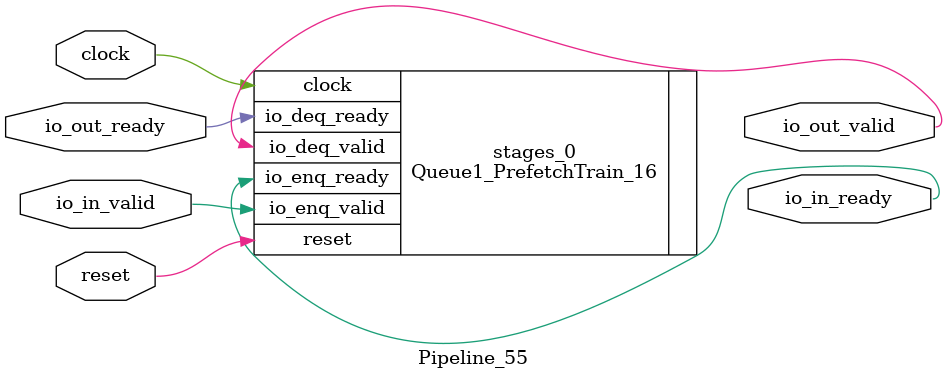
<source format=sv>
`ifndef RANDOMIZE
  `ifdef RANDOMIZE_MEM_INIT
    `define RANDOMIZE
  `endif // RANDOMIZE_MEM_INIT
`endif // not def RANDOMIZE
`ifndef RANDOMIZE
  `ifdef RANDOMIZE_REG_INIT
    `define RANDOMIZE
  `endif // RANDOMIZE_REG_INIT
`endif // not def RANDOMIZE

`ifndef RANDOM
  `define RANDOM $random
`endif // not def RANDOM

// Users can define INIT_RANDOM as general code that gets injected into the
// initializer block for modules with registers.
`ifndef INIT_RANDOM
  `define INIT_RANDOM
`endif // not def INIT_RANDOM

// If using random initialization, you can also define RANDOMIZE_DELAY to
// customize the delay used, otherwise 0.002 is used.
`ifndef RANDOMIZE_DELAY
  `define RANDOMIZE_DELAY 0.002
`endif // not def RANDOMIZE_DELAY

// Define INIT_RANDOM_PROLOG_ for use in our modules below.
`ifndef INIT_RANDOM_PROLOG_
  `ifdef RANDOMIZE
    `ifdef VERILATOR
      `define INIT_RANDOM_PROLOG_ `INIT_RANDOM
    `else  // VERILATOR
      `define INIT_RANDOM_PROLOG_ `INIT_RANDOM #`RANDOMIZE_DELAY begin end
    `endif // VERILATOR
  `else  // RANDOMIZE
    `define INIT_RANDOM_PROLOG_
  `endif // RANDOMIZE
`endif // not def INIT_RANDOM_PROLOG_

// Include register initializers in init blocks unless synthesis is set
`ifndef SYNTHESIS
  `ifndef ENABLE_INITIAL_REG_
    `define ENABLE_INITIAL_REG_
  `endif // not def ENABLE_INITIAL_REG_
`endif // not def SYNTHESIS

// Include rmemory initializers in init blocks unless synthesis is set
`ifndef SYNTHESIS
  `ifndef ENABLE_INITIAL_MEM_
    `define ENABLE_INITIAL_MEM_
  `endif // not def ENABLE_INITIAL_MEM_
`endif // not def SYNTHESIS

module Pipeline_55(
  input  clock,
  input  reset,
  output io_in_ready,
  input  io_in_valid,
  input  io_out_ready,
  output io_out_valid
);

  Queue1_PrefetchTrain_16 stages_0 (
    .clock        (clock),
    .reset        (reset),
    .io_enq_ready (io_in_ready),
    .io_enq_valid (io_in_valid),
    .io_deq_ready (io_out_ready),
    .io_deq_valid (io_out_valid)
  );
endmodule


</source>
